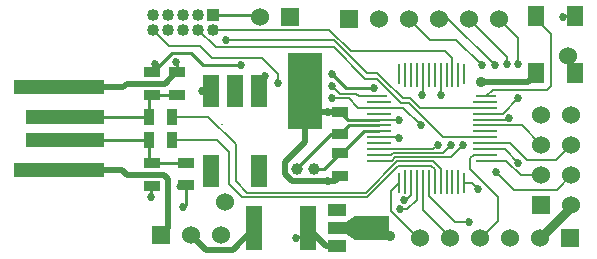
<source format=gtl>
G04 #@! TF.FileFunction,Copper,L1,Top,Signal*
%FSLAX46Y46*%
G04 Gerber Fmt 4.6, Leading zero omitted, Abs format (unit mm)*
G04 Created by KiCad (PCBNEW (2015-01-02 BZR 5348)-product) date 1/13/2015 8:41:11 AM*
%MOMM*%
G01*
G04 APERTURE LIST*
%ADD10C,0.150000*%
%ADD11R,1.016000X1.016000*%
%ADD12C,1.016000*%
%ADD13C,1.000760*%
%ADD14R,3.000000X6.400000*%
%ADD15R,1.501140X1.000760*%
%ADD16R,2.999740X1.998980*%
%ADD17R,1.400000X2.750000*%
%ADD18R,1.397000X0.889000*%
%ADD19R,1.397000X3.810000*%
%ADD20R,1.750000X0.250000*%
%ADD21R,2.000000X0.250000*%
%ADD22R,0.250000X1.750000*%
%ADD23R,0.250000X2.000000*%
%ADD24R,1.400000X1.800000*%
%ADD25R,7.600000X1.143000*%
%ADD26R,6.600000X1.143000*%
%ADD27R,0.889000X1.397000*%
%ADD28R,1.524000X1.524000*%
%ADD29C,1.524000*%
%ADD30C,0.685800*%
%ADD31C,0.889000*%
%ADD32C,0.152400*%
%ADD33C,0.177800*%
%ADD34C,0.254000*%
%ADD35C,0.508000*%
%ADD36C,0.762000*%
G04 APERTURE END LIST*
D10*
D11*
X92270000Y-82365000D03*
D12*
X92270000Y-83635000D03*
X91000000Y-82365000D03*
X91000000Y-83635000D03*
X89730000Y-82365000D03*
X89730000Y-83635000D03*
X88460000Y-82365000D03*
X88460000Y-83635000D03*
X87190000Y-82365000D03*
X87190000Y-83635000D03*
D13*
X99309700Y-95420000D03*
X100808300Y-95420000D03*
D14*
X100059000Y-88870000D03*
D15*
X102748340Y-98948860D03*
X102748340Y-100450000D03*
X102748340Y-101951140D03*
D16*
X105699820Y-100450000D03*
D10*
G36*
X104225350Y-101450760D02*
X103476050Y-100950380D01*
X103476050Y-99949620D01*
X104225350Y-99449240D01*
X104225350Y-101450760D01*
X104225350Y-101450760D01*
G37*
D17*
X94100000Y-88800000D03*
X96100000Y-88800000D03*
X96100000Y-95600000D03*
X92100000Y-88800000D03*
X92100000Y-95600000D03*
D18*
X103000000Y-90582500D03*
X103000000Y-92487500D03*
X103000000Y-95987500D03*
X103000000Y-94082500D03*
X87100000Y-94947500D03*
X87100000Y-96852500D03*
X89200000Y-89152500D03*
X89200000Y-87247500D03*
D19*
X95714000Y-100450000D03*
X100286000Y-100450000D03*
D20*
X106125000Y-94750000D03*
D21*
X106250000Y-94250000D03*
X106250000Y-93750000D03*
X106250000Y-93250000D03*
X106250000Y-92750000D03*
X106250000Y-92250000D03*
X106250000Y-91750000D03*
X106250000Y-91250000D03*
X106250000Y-90750000D03*
X106250000Y-90250000D03*
X106250000Y-89750000D03*
D20*
X106125000Y-89250000D03*
D22*
X108000000Y-87375000D03*
D23*
X108500000Y-87500000D03*
X109000000Y-87500000D03*
X109500000Y-87500000D03*
X110000000Y-87500000D03*
X110500000Y-87500000D03*
X111000000Y-87500000D03*
X111500000Y-87500000D03*
X112000000Y-87500000D03*
X112500000Y-87500000D03*
X113000000Y-87500000D03*
D22*
X113500000Y-87375000D03*
D20*
X115375000Y-94750000D03*
D21*
X115250000Y-94250000D03*
X115250000Y-93750000D03*
X115250000Y-93250000D03*
X115250000Y-92750000D03*
X115250000Y-92250000D03*
X115250000Y-91750000D03*
X115250000Y-91250000D03*
X115250000Y-90750000D03*
X115250000Y-90250000D03*
X115250000Y-89750000D03*
D20*
X115375000Y-89250000D03*
D22*
X108000000Y-96625000D03*
D23*
X108500000Y-96500000D03*
X109000000Y-96500000D03*
X109500000Y-96500000D03*
X110000000Y-96500000D03*
X110500000Y-96500000D03*
X111000000Y-96500000D03*
X111500000Y-96500000D03*
X112000000Y-96500000D03*
X112500000Y-96500000D03*
X113000000Y-96500000D03*
D22*
X113500000Y-96625000D03*
D24*
X122850000Y-82500000D03*
X119550000Y-82500000D03*
X119550000Y-87300000D03*
X122850000Y-87300000D03*
D25*
X79200000Y-88511310D03*
D26*
X79700000Y-91013210D03*
X79700000Y-92986790D03*
D25*
X79200000Y-95488690D03*
D18*
X89911700Y-96791600D03*
X89911700Y-94886600D03*
X87100000Y-87247500D03*
X87100000Y-89152500D03*
D27*
X86847500Y-93000000D03*
X88752500Y-93000000D03*
X86847500Y-91000000D03*
X88752500Y-91000000D03*
D28*
X120030000Y-98510000D03*
D29*
X122570000Y-98510000D03*
X120030000Y-95970000D03*
X122570000Y-95970000D03*
X120030000Y-93430000D03*
X122570000Y-93430000D03*
X120030000Y-90890000D03*
X122570000Y-90890000D03*
D28*
X122450000Y-101300000D03*
D29*
X119910000Y-101300000D03*
X117370000Y-101300000D03*
X114830000Y-101300000D03*
X112290000Y-101300000D03*
X109750000Y-101300000D03*
D28*
X103750000Y-82700000D03*
D29*
X106290000Y-82700000D03*
X108830000Y-82700000D03*
X111370000Y-82700000D03*
X113910000Y-82700000D03*
X116450000Y-82700000D03*
D28*
X87860000Y-101000000D03*
D29*
X90400000Y-101000000D03*
X92940000Y-101000000D03*
X122284000Y-85895000D03*
X93264500Y-98252100D03*
D28*
X98776300Y-82542200D03*
D29*
X96236300Y-82542200D03*
D30*
X117140500Y-86580800D03*
X117331000Y-91102000D03*
X118093000Y-86530000D03*
X118093000Y-89451000D03*
X112378000Y-93438800D03*
X114981500Y-86657000D03*
X108441000Y-98087000D03*
X108060000Y-98849000D03*
X113863900Y-99928500D03*
X93328000Y-84498000D03*
X113394000Y-93438800D03*
X116086400Y-86618900D03*
X97773000Y-88181000D03*
X102345000Y-89451000D03*
X109838000Y-91737000D03*
X87359000Y-86530000D03*
X89708500Y-98658500D03*
D31*
X114905300Y-88104800D03*
X107247200Y-101147700D03*
D30*
X94598000Y-86657000D03*
X105901000Y-88562000D03*
X102345000Y-87419000D03*
X109950000Y-89200000D03*
X108000000Y-92800000D03*
X121903000Y-82593000D03*
X91296000Y-88816000D03*
X101075000Y-91610000D03*
X99043000Y-91610000D03*
X99043000Y-86149000D03*
X101075000Y-86149000D03*
X86978000Y-97833000D03*
D31*
X102748340Y-98948860D03*
D30*
X89137000Y-86403000D03*
X101964000Y-96436000D03*
X101964000Y-90582500D03*
X100059000Y-88870000D03*
X111500000Y-89200000D03*
X107950000Y-91250000D03*
X116226100Y-95674000D03*
X111260400Y-93362600D03*
X114700000Y-97150000D03*
X118093000Y-94912000D03*
X99297000Y-101262000D03*
X96630000Y-87546000D03*
X102345000Y-88435000D03*
D32*
X93001800Y-91652500D02*
X92949300Y-91600000D01*
D33*
X117146850Y-86574450D02*
X117146850Y-85977550D01*
X117140500Y-86580800D02*
X117146850Y-86574450D01*
X113876600Y-82707300D02*
X117146850Y-85977550D01*
X113876600Y-82707300D02*
X113910000Y-82700000D01*
X115250000Y-91250000D02*
X117183000Y-91250000D01*
X117183000Y-91250000D02*
X117331000Y-91102000D01*
X116454700Y-82694600D02*
X118093000Y-84332900D01*
X118093000Y-84332900D02*
X118093000Y-86530000D01*
X116454700Y-82694600D02*
X116450000Y-82700000D01*
X115250000Y-90750000D02*
X116794000Y-90750000D01*
X116794000Y-90750000D02*
X118093000Y-89451000D01*
X115375000Y-89250000D02*
X115910600Y-88714400D01*
X120861600Y-84028100D02*
X119550000Y-82716500D01*
X120861600Y-88396900D02*
X120861600Y-84028100D01*
X120544100Y-88714400D02*
X120861600Y-88396900D01*
X115910600Y-88714400D02*
X120544100Y-88714400D01*
X119550000Y-82716500D02*
X119550000Y-82500000D01*
X115730800Y-97198000D02*
X116340400Y-97807600D01*
X116340400Y-99839600D02*
X115730800Y-100449200D01*
X116340400Y-97807600D02*
X116340400Y-99839600D01*
X115250000Y-94250000D02*
X114297300Y-94250000D01*
X114297300Y-94250000D02*
X114016300Y-94531000D01*
X115730800Y-100449200D02*
X114791000Y-101389000D01*
X115730800Y-97185300D02*
X115730800Y-97198000D01*
X114016300Y-95470800D02*
X115730800Y-97185300D01*
X114016300Y-94531000D02*
X114016300Y-95470800D01*
X115250000Y-94250000D02*
X115223000Y-94277000D01*
X110000000Y-96500000D02*
X110000000Y-98884000D01*
X110000000Y-98884000D02*
X112378000Y-101262000D01*
X112378000Y-101262000D02*
X112290000Y-101300000D01*
X108830000Y-82700000D02*
X110640700Y-84510700D01*
X107755200Y-94099200D02*
X111717600Y-94099200D01*
X111717600Y-94099200D02*
X112378000Y-93438800D01*
X107602800Y-94099200D02*
X107755200Y-94099200D01*
X107331402Y-94250000D02*
X107482202Y-94099200D01*
X107482202Y-94099200D02*
X107602800Y-94099200D01*
X106250000Y-94250000D02*
X107331402Y-94250000D01*
X112835200Y-84510700D02*
X114981500Y-86657000D01*
X110640700Y-84510700D02*
X112835200Y-84510700D01*
X108834700Y-82720000D02*
X108830000Y-82700000D01*
X106250000Y-94250000D02*
X107150000Y-94250000D01*
X108000000Y-96625000D02*
X107298000Y-97327000D01*
X107298000Y-98976000D02*
X109711000Y-101389000D01*
X107298000Y-97327000D02*
X107298000Y-98976000D01*
X109711000Y-101389000D02*
X109750000Y-101300000D01*
X109774500Y-101325500D02*
X109711000Y-101389000D01*
X109711000Y-101389000D02*
X109750000Y-101300000D01*
X109838000Y-101389000D02*
X109750000Y-101300000D01*
X109000000Y-97655000D02*
X109000000Y-96500000D01*
X108441000Y-98087000D02*
X108568000Y-98087000D01*
X108568000Y-98087000D02*
X109000000Y-97655000D01*
X109500000Y-98044000D02*
X108695000Y-98849000D01*
X108695000Y-98849000D02*
X108060000Y-98849000D01*
X109500000Y-96500000D02*
X109500000Y-98044000D01*
X112695500Y-99928500D02*
X110500000Y-97733000D01*
X113863900Y-99928500D02*
X112695500Y-99928500D01*
X117370000Y-101300000D02*
X117281200Y-101211200D01*
X117038900Y-101211200D02*
X117370000Y-101300000D01*
X110500000Y-96500000D02*
X110500000Y-97733000D01*
X91000000Y-83635000D02*
X92498000Y-85133000D01*
X111740000Y-92750000D02*
X108822000Y-89832000D01*
X108822000Y-89832000D02*
X108187000Y-89832000D01*
X108187000Y-89832000D02*
X106409000Y-88054000D01*
X111740000Y-92750000D02*
X115250000Y-92750000D01*
X106155000Y-87800000D02*
X106409000Y-88054000D01*
X105139000Y-87800000D02*
X106155000Y-87800000D01*
X102472000Y-85133000D02*
X105139000Y-87800000D01*
X92498000Y-85133000D02*
X102472000Y-85133000D01*
X91000000Y-83635000D02*
X91185000Y-83635000D01*
X105850000Y-85450000D02*
X111900000Y-85450000D01*
X102085000Y-83635000D02*
X103900000Y-85450000D01*
X103900000Y-85450000D02*
X105850000Y-85450000D01*
X92270000Y-83635000D02*
X102085000Y-83635000D01*
X112500000Y-86050000D02*
X112500000Y-87500000D01*
X111900000Y-85450000D02*
X112500000Y-86050000D01*
X106642488Y-87820512D02*
X106642488Y-87779488D01*
X106113976Y-87292000D02*
X106642488Y-87820512D01*
X105266000Y-87292000D02*
X106113976Y-87292000D01*
X102472000Y-84498000D02*
X105266000Y-87292000D01*
X93328000Y-84498000D02*
X102472000Y-84498000D01*
X115250000Y-90250000D02*
X109748000Y-90250000D01*
X109748000Y-90250000D02*
X108949000Y-89451000D01*
X108949000Y-89451000D02*
X108314000Y-89451000D01*
X108314000Y-89451000D02*
X106642488Y-87779488D01*
X106642488Y-87779488D02*
X106663000Y-87800000D01*
X89730000Y-83635000D02*
X89885000Y-83635000D01*
X111370000Y-82700000D02*
X112167500Y-82700000D01*
X107358400Y-94750000D02*
X107666300Y-94442100D01*
X107666300Y-94442100D02*
X112390700Y-94442100D01*
X112390700Y-94442100D02*
X113394000Y-93438800D01*
X106125000Y-94750000D02*
X107358400Y-94750000D01*
X112167500Y-82700000D02*
X116086400Y-86618900D01*
D34*
X103000000Y-92487500D02*
X103737500Y-91750000D01*
X103737500Y-91750000D02*
X106250000Y-91750000D01*
X103000000Y-92487500D02*
X102198200Y-92487500D01*
X102198200Y-92487500D02*
X99250700Y-95435000D01*
D32*
X103102500Y-92385000D02*
X103000000Y-92487500D01*
D34*
X103000000Y-94082500D02*
X103174500Y-94082500D01*
X103174500Y-94082500D02*
X105007000Y-92250000D01*
X105007000Y-92250000D02*
X106250000Y-92250000D01*
X103000000Y-94082500D02*
X102952500Y-94082500D01*
X102952500Y-94082500D02*
X101600000Y-95435000D01*
X101600000Y-95435000D02*
X100749300Y-95435000D01*
D32*
X103000000Y-94082500D02*
X103152500Y-94082500D01*
D33*
X106250000Y-90250000D02*
X104541000Y-90250000D01*
X97773000Y-87419000D02*
X96376000Y-86022000D01*
X97773000Y-88181000D02*
X97773000Y-87419000D01*
X103742000Y-89451000D02*
X102345000Y-89451000D01*
X104541000Y-90250000D02*
X103742000Y-89451000D01*
X88502000Y-85006000D02*
X87232000Y-83736000D01*
X91169000Y-85006000D02*
X88502000Y-85006000D01*
X92185000Y-86022000D02*
X91169000Y-85006000D01*
X96376000Y-86022000D02*
X92185000Y-86022000D01*
X87232000Y-83736000D02*
X87190000Y-83635000D01*
X106250000Y-90250000D02*
X108351000Y-90250000D01*
X108351000Y-90250000D02*
X109838000Y-91737000D01*
D34*
X87100000Y-94947500D02*
X89800000Y-94947500D01*
D33*
X89800000Y-94947500D02*
X89822800Y-94924700D01*
X89822800Y-94924700D02*
X89911700Y-94886600D01*
D34*
X79700000Y-92986790D02*
X86834290Y-92986790D01*
X86834290Y-92986790D02*
X86834290Y-94681790D01*
X86834290Y-94681790D02*
X87100000Y-94947500D01*
X87100000Y-89152500D02*
X89200000Y-89152500D01*
X86847500Y-91000000D02*
X86847500Y-89405000D01*
X86847500Y-89405000D02*
X87100000Y-89152500D01*
X79700000Y-91013210D02*
X86834290Y-91013210D01*
X86834290Y-91013210D02*
X86847500Y-91000000D01*
X87359000Y-86530000D02*
X87359000Y-86917300D01*
X87359000Y-86917300D02*
X87028800Y-87247500D01*
X87028800Y-87247500D02*
X87100000Y-87247500D01*
X89911700Y-96791600D02*
X89911700Y-98455300D01*
X89911700Y-98455300D02*
X89708500Y-98658500D01*
D35*
X114905300Y-88104800D02*
X118918500Y-88104800D01*
X118918500Y-88104800D02*
X119667800Y-87355500D01*
X119667800Y-87355500D02*
X119550000Y-87300000D01*
X119667800Y-87457100D02*
X119550000Y-87300000D01*
D33*
X102748340Y-100450000D02*
X103880900Y-100450000D01*
X103880900Y-100450000D02*
X103894400Y-100436500D01*
X103894400Y-100436500D02*
X103850700Y-100450000D01*
X102748340Y-100450000D02*
X105699820Y-100450000D01*
X105699820Y-100450000D02*
X106549500Y-100450000D01*
X106549500Y-100450000D02*
X107247200Y-101147700D01*
D34*
X87100000Y-87247500D02*
X87022500Y-87247500D01*
X89264000Y-97071000D02*
X89264000Y-96817000D01*
X89264000Y-96817000D02*
X89200000Y-96852500D01*
X88756000Y-85641000D02*
X87105000Y-87292000D01*
X90407000Y-85641000D02*
X88756000Y-85641000D01*
X91423000Y-86657000D02*
X90407000Y-85641000D01*
X94598000Y-86657000D02*
X91423000Y-86657000D01*
X87105000Y-87292000D02*
X87100000Y-87247500D01*
X103488000Y-88562000D02*
X105901000Y-88562000D01*
X102345000Y-87419000D02*
X103488000Y-88562000D01*
D36*
X119910000Y-101300000D02*
X122570000Y-98640000D01*
X122570000Y-98640000D02*
X122570000Y-98510000D01*
D33*
X110000000Y-87500000D02*
X110000000Y-89150000D01*
X110000000Y-89150000D02*
X109950000Y-89200000D01*
X106250000Y-92750000D02*
X107950000Y-92750000D01*
X107950000Y-92750000D02*
X108000000Y-92800000D01*
D35*
X79200000Y-88511310D02*
X79200110Y-88511200D01*
X79200110Y-88511200D02*
X84641200Y-88511200D01*
X84641200Y-88511200D02*
X84946000Y-88206400D01*
X84946000Y-88206400D02*
X88159100Y-88206400D01*
X88159100Y-88206400D02*
X89200000Y-87165500D01*
X89200000Y-87165500D02*
X89200000Y-87247500D01*
D33*
X122850000Y-82500000D02*
X121996000Y-82500000D01*
X121996000Y-82500000D02*
X121903000Y-82593000D01*
D34*
X92100000Y-88800000D02*
X91312000Y-88800000D01*
X91312000Y-88800000D02*
X91296000Y-88816000D01*
X100059000Y-88870000D02*
X101075000Y-89886000D01*
X101075000Y-89886000D02*
X101075000Y-91610000D01*
X100059000Y-88870000D02*
X99043000Y-89886000D01*
X99043000Y-89886000D02*
X99043000Y-91610000D01*
X100059000Y-88870000D02*
X99043000Y-87854000D01*
X99043000Y-87854000D02*
X99043000Y-86149000D01*
X100059000Y-88870000D02*
X101075000Y-87854000D01*
X101075000Y-87854000D02*
X101075000Y-86149000D01*
X87100000Y-96852500D02*
X86978000Y-96974500D01*
X86978000Y-96974500D02*
X86978000Y-97833000D01*
X89200000Y-87247500D02*
X89200000Y-86466000D01*
X89200000Y-86466000D02*
X89137000Y-86403000D01*
X101964000Y-96436000D02*
X101964000Y-96435000D01*
X101964000Y-96436000D02*
X101964000Y-96435000D01*
X103000000Y-90582500D02*
X103667500Y-91250000D01*
X103667500Y-91250000D02*
X106250000Y-91250000D01*
D33*
X111500000Y-87500000D02*
X111500000Y-89200000D01*
X106250000Y-91250000D02*
X107950000Y-91250000D01*
D35*
X100000000Y-89885000D02*
X100000000Y-93135000D01*
X100000000Y-93135000D02*
X98300000Y-94835000D01*
X102552500Y-96435000D02*
X103000000Y-95987500D01*
X98900000Y-96435000D02*
X101964000Y-96435000D01*
X101964000Y-96435000D02*
X102552500Y-96435000D01*
X98300000Y-95835000D02*
X98900000Y-96435000D01*
X98300000Y-94835000D02*
X98300000Y-95835000D01*
D32*
X100000000Y-89885000D02*
X100000000Y-92635000D01*
D35*
X103000000Y-90582500D02*
X101964000Y-90582500D01*
X101964000Y-90582500D02*
X100697500Y-90582500D01*
D32*
X100697500Y-90582500D02*
X100000000Y-89885000D01*
X103000000Y-90582500D02*
X103247500Y-90582500D01*
D33*
X88752500Y-93000000D02*
X92571700Y-93000000D01*
X93594700Y-96690000D02*
X94704700Y-97800000D01*
X93594700Y-94023000D02*
X93594700Y-96690000D01*
X92571700Y-93000000D02*
X93594700Y-94023000D01*
X105050000Y-97800000D02*
X105299000Y-97800000D01*
X111000000Y-95439000D02*
X111000000Y-96500000D01*
X110727000Y-95166000D02*
X111000000Y-95439000D01*
X107933000Y-95166000D02*
X110727000Y-95166000D01*
X105299000Y-97800000D02*
X107933000Y-95166000D01*
X94704700Y-97800000D02*
X105050000Y-97800000D01*
X88752500Y-91000000D02*
X91803600Y-91000000D01*
X94140800Y-96486800D02*
X95123798Y-97469798D01*
X94140800Y-93337200D02*
X94140800Y-96486800D01*
X91803600Y-91000000D02*
X94140800Y-93337200D01*
X104230202Y-97469798D02*
X105162226Y-97469798D01*
X111500000Y-95431000D02*
X111500000Y-96500000D01*
X110854000Y-94785000D02*
X111500000Y-95431000D01*
X107847024Y-94785000D02*
X110854000Y-94785000D01*
X105162226Y-97469798D02*
X107847024Y-94785000D01*
X104200000Y-97469798D02*
X104230202Y-97469798D01*
X95123798Y-97469798D02*
X104200000Y-97469798D01*
X115375000Y-94750000D02*
X117054700Y-94750000D01*
X118274700Y-95970000D02*
X120030000Y-95970000D01*
X117054700Y-94750000D02*
X118274700Y-95970000D01*
X116226100Y-95676000D02*
X117750100Y-97200000D01*
X116226100Y-95674000D02*
X116226100Y-95676000D01*
X110879400Y-93750000D02*
X110879400Y-93743600D01*
X110879400Y-93743600D02*
X111260400Y-93362600D01*
X121340000Y-97200000D02*
X117750100Y-97200000D01*
X121340000Y-97200000D02*
X122570000Y-95970000D01*
X106250000Y-93750000D02*
X110879400Y-93750000D01*
X121340000Y-97200000D02*
X122570000Y-95970000D01*
X113500000Y-96625000D02*
X114175000Y-96625000D01*
X114175000Y-96625000D02*
X114700000Y-97150000D01*
X115250000Y-93750000D02*
X116931000Y-93750000D01*
X116931000Y-93750000D02*
X118093000Y-94912000D01*
X115250000Y-93250000D02*
X117350000Y-93250000D01*
X121300000Y-94700000D02*
X122570000Y-93430000D01*
X118800000Y-94700000D02*
X121300000Y-94700000D01*
X117350000Y-93250000D02*
X118800000Y-94700000D01*
X115250000Y-91750000D02*
X118350000Y-91750000D01*
X118350000Y-91750000D02*
X120030000Y-93430000D01*
D35*
X87860000Y-101000000D02*
X88451200Y-100408800D01*
X88451200Y-100408800D02*
X88451200Y-96245500D01*
X88451200Y-96245500D02*
X88121000Y-95915300D01*
X88121000Y-95915300D02*
X84984100Y-95915300D01*
X84984100Y-95915300D02*
X84552300Y-95483500D01*
X84552300Y-95483500D02*
X79192900Y-95483500D01*
X79192900Y-95483500D02*
X79200000Y-95488690D01*
X79798000Y-95531690D02*
X81601690Y-95531690D01*
X100286000Y-100450000D02*
X101787140Y-101951140D01*
X101787140Y-101951140D02*
X102748340Y-101951140D01*
D33*
X99474000Y-101262000D02*
X100286000Y-100450000D01*
X99297000Y-101262000D02*
X99474000Y-101262000D01*
D34*
X92270000Y-82365000D02*
X95894000Y-82365000D01*
X95894000Y-82365000D02*
X96122000Y-82593000D01*
X96122000Y-82593000D02*
X96200000Y-82600000D01*
D33*
X122284000Y-85895000D02*
X122284000Y-86657000D01*
X122284000Y-86657000D02*
X122919000Y-87292000D01*
X122919000Y-87292000D02*
X122850000Y-87300000D01*
D35*
X90400000Y-101000000D02*
X91678000Y-102278000D01*
X93886000Y-102278000D02*
X95714000Y-100450000D01*
X91678000Y-102278000D02*
X93886000Y-102278000D01*
D33*
X106125000Y-89250000D02*
X104557000Y-89250000D01*
X96630000Y-87546000D02*
X96100000Y-88800000D01*
X102980000Y-89070000D02*
X102345000Y-88435000D01*
X104377000Y-89070000D02*
X102980000Y-89070000D01*
X104557000Y-89250000D02*
X104377000Y-89070000D01*
M02*

</source>
